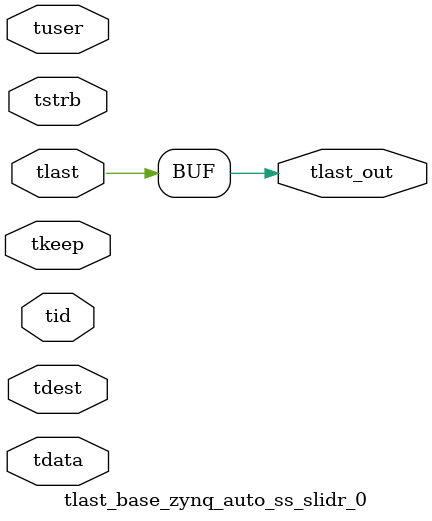
<source format=v>


`timescale 1ps/1ps

module tlast_base_zynq_auto_ss_slidr_0 #
(
parameter C_S_AXIS_TID_WIDTH   = 1,
parameter C_S_AXIS_TUSER_WIDTH = 0,
parameter C_S_AXIS_TDATA_WIDTH = 0,
parameter C_S_AXIS_TDEST_WIDTH = 0
)
(
input  [(C_S_AXIS_TID_WIDTH   == 0 ? 1 : C_S_AXIS_TID_WIDTH)-1:0       ] tid,
input  [(C_S_AXIS_TDATA_WIDTH == 0 ? 1 : C_S_AXIS_TDATA_WIDTH)-1:0     ] tdata,
input  [(C_S_AXIS_TUSER_WIDTH == 0 ? 1 : C_S_AXIS_TUSER_WIDTH)-1:0     ] tuser,
input  [(C_S_AXIS_TDEST_WIDTH == 0 ? 1 : C_S_AXIS_TDEST_WIDTH)-1:0     ] tdest,
input  [(C_S_AXIS_TDATA_WIDTH/8)-1:0 ] tkeep,
input  [(C_S_AXIS_TDATA_WIDTH/8)-1:0 ] tstrb,
input  [0:0]                                                             tlast,
output                                                                   tlast_out
);

assign tlast_out = {tlast};

endmodule


</source>
